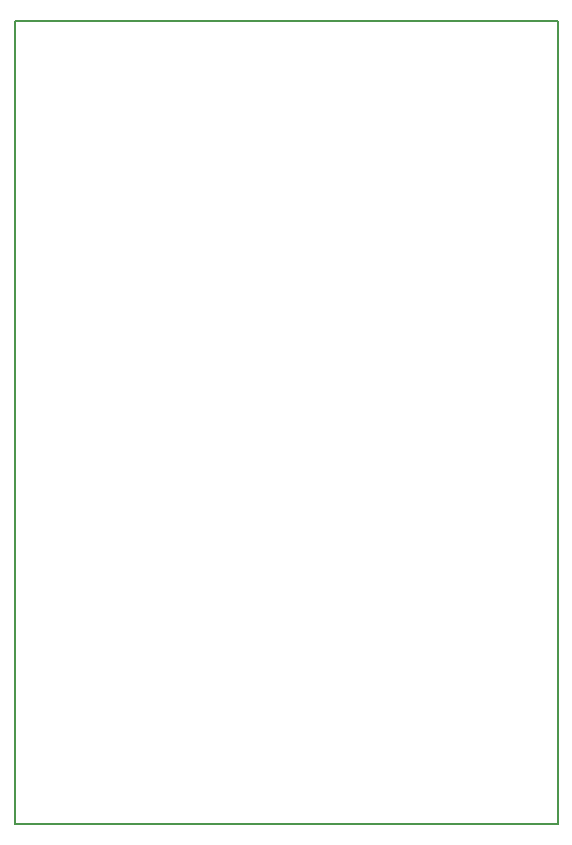
<source format=gbr>
%TF.GenerationSoftware,KiCad,Pcbnew,4.0.7-e2-6376~58~ubuntu16.04.1*%
%TF.CreationDate,2017-12-30T21:22:03+10:00*%
%TF.ProjectId,CurrentSensor,43757272656E7453656E736F722E6B69,rev?*%
%TF.FileFunction,Profile,NP*%
%FSLAX46Y46*%
G04 Gerber Fmt 4.6, Leading zero omitted, Abs format (unit mm)*
G04 Created by KiCad (PCBNEW 4.0.7-e2-6376~58~ubuntu16.04.1) date Sat Dec 30 21:22:03 2017*
%MOMM*%
%LPD*%
G01*
G04 APERTURE LIST*
%ADD10C,0.100000*%
%ADD11C,0.150000*%
G04 APERTURE END LIST*
D10*
D11*
X124000000Y-100000000D02*
X124000000Y-32000000D01*
X170000000Y-100000000D02*
X124000000Y-100000000D01*
X170000000Y-32000000D02*
X170000000Y-100000000D01*
X124000000Y-32000000D02*
X170000000Y-32000000D01*
M02*

</source>
